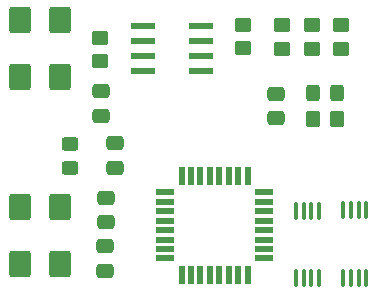
<source format=gbr>
%TF.GenerationSoftware,KiCad,Pcbnew,9.0.2*%
%TF.CreationDate,2025-07-25T22:05:18+05:30*%
%TF.ProjectId,mcu,6d63752e-6b69-4636-9164-5f7063625858,rev?*%
%TF.SameCoordinates,Original*%
%TF.FileFunction,Paste,Top*%
%TF.FilePolarity,Positive*%
%FSLAX46Y46*%
G04 Gerber Fmt 4.6, Leading zero omitted, Abs format (unit mm)*
G04 Created by KiCad (PCBNEW 9.0.2) date 2025-07-25 22:05:18*
%MOMM*%
%LPD*%
G01*
G04 APERTURE LIST*
G04 Aperture macros list*
%AMRoundRect*
0 Rectangle with rounded corners*
0 $1 Rounding radius*
0 $2 $3 $4 $5 $6 $7 $8 $9 X,Y pos of 4 corners*
0 Add a 4 corners polygon primitive as box body*
4,1,4,$2,$3,$4,$5,$6,$7,$8,$9,$2,$3,0*
0 Add four circle primitives for the rounded corners*
1,1,$1+$1,$2,$3*
1,1,$1+$1,$4,$5*
1,1,$1+$1,$6,$7*
1,1,$1+$1,$8,$9*
0 Add four rect primitives between the rounded corners*
20,1,$1+$1,$2,$3,$4,$5,0*
20,1,$1+$1,$4,$5,$6,$7,0*
20,1,$1+$1,$6,$7,$8,$9,0*
20,1,$1+$1,$8,$9,$2,$3,0*%
G04 Aperture macros list end*
%ADD10RoundRect,0.250000X0.450000X-0.350000X0.450000X0.350000X-0.450000X0.350000X-0.450000X-0.350000X0*%
%ADD11RoundRect,0.250000X-0.475000X0.337500X-0.475000X-0.337500X0.475000X-0.337500X0.475000X0.337500X0*%
%ADD12RoundRect,0.250000X0.475000X-0.337500X0.475000X0.337500X-0.475000X0.337500X-0.475000X-0.337500X0*%
%ADD13RoundRect,0.250000X-0.450000X0.350000X-0.450000X-0.350000X0.450000X-0.350000X0.450000X0.350000X0*%
%ADD14RoundRect,0.250000X0.350000X0.450000X-0.350000X0.450000X-0.350000X-0.450000X0.350000X-0.450000X0*%
%ADD15RoundRect,0.250000X0.650000X-0.875000X0.650000X0.875000X-0.650000X0.875000X-0.650000X-0.875000X0*%
%ADD16RoundRect,0.250000X-0.450000X0.325000X-0.450000X-0.325000X0.450000X-0.325000X0.450000X0.325000X0*%
%ADD17RoundRect,0.073750X-0.911250X-0.221250X0.911250X-0.221250X0.911250X0.221250X-0.911250X0.221250X0*%
%ADD18RoundRect,0.068750X-0.666250X-0.206250X0.666250X-0.206250X0.666250X0.206250X-0.666250X0.206250X0*%
%ADD19RoundRect,0.068750X-0.206250X-0.666250X0.206250X-0.666250X0.206250X0.666250X-0.206250X0.666250X0*%
%ADD20RoundRect,0.100000X0.100000X-0.637500X0.100000X0.637500X-0.100000X0.637500X-0.100000X-0.637500X0*%
%ADD21RoundRect,0.250000X-0.325000X-0.450000X0.325000X-0.450000X0.325000X0.450000X-0.325000X0.450000X0*%
G04 APERTURE END LIST*
D10*
%TO.C,R5*%
X114340000Y-102440000D03*
X114340000Y-100440000D03*
%TD*%
%TO.C,R7*%
X117620000Y-102490000D03*
X117620000Y-100490000D03*
%TD*%
D11*
%TO.C,C3*%
X103460000Y-110482500D03*
X103460000Y-112557500D03*
%TD*%
D10*
%TO.C,R3*%
X120170000Y-102490000D03*
X120170000Y-100490000D03*
%TD*%
D12*
%TO.C,C5*%
X102640000Y-121270000D03*
X102640000Y-119195000D03*
%TD*%
D13*
%TO.C,R4*%
X102210000Y-101530000D03*
X102210000Y-103530000D03*
%TD*%
D10*
%TO.C,R6*%
X122620000Y-102500000D03*
X122620000Y-100500000D03*
%TD*%
D14*
%TO.C,R2*%
X122270000Y-108400000D03*
X120270000Y-108400000D03*
%TD*%
D15*
%TO.C,Y1*%
X98790000Y-104880000D03*
X98790000Y-100030000D03*
X95390000Y-100030000D03*
X95390000Y-104880000D03*
%TD*%
D16*
%TO.C,D2*%
X99690000Y-110535000D03*
X99690000Y-112585000D03*
%TD*%
D17*
%TO.C,U3*%
X105835000Y-100575000D03*
X105835000Y-101845000D03*
X105835000Y-103115000D03*
X105835000Y-104385000D03*
X110785000Y-104385000D03*
X110785000Y-103115000D03*
X110785000Y-101845000D03*
X110785000Y-100575000D03*
%TD*%
D12*
%TO.C,C4*%
X102680000Y-117147500D03*
X102680000Y-115072500D03*
%TD*%
D11*
%TO.C,C1*%
X117120000Y-106292500D03*
X117120000Y-108367500D03*
%TD*%
D18*
%TO.C,U4*%
X107730000Y-114630000D03*
X107730000Y-115430000D03*
X107730000Y-116230000D03*
X107730000Y-117030000D03*
X107730000Y-117830000D03*
X107730000Y-118630000D03*
X107730000Y-119430000D03*
X107730000Y-120230000D03*
D19*
X109100000Y-121600000D03*
X109900000Y-121600000D03*
X110700000Y-121600000D03*
X111500000Y-121600000D03*
X112300000Y-121600000D03*
X113100000Y-121600000D03*
X113900000Y-121600000D03*
X114700000Y-121600000D03*
D18*
X116070000Y-120230000D03*
X116070000Y-119430000D03*
X116070000Y-118630000D03*
X116070000Y-117830000D03*
X116070000Y-117030000D03*
X116070000Y-116230000D03*
X116070000Y-115430000D03*
X116070000Y-114630000D03*
D19*
X114700000Y-113260000D03*
X113900000Y-113260000D03*
X113100000Y-113260000D03*
X112300000Y-113260000D03*
X111500000Y-113260000D03*
X110700000Y-113260000D03*
X109900000Y-113260000D03*
X109100000Y-113260000D03*
%TD*%
D15*
%TO.C,Y2*%
X98840000Y-120695000D03*
X98840000Y-115845000D03*
X95440000Y-115845000D03*
X95440000Y-120695000D03*
%TD*%
D20*
%TO.C,U1*%
X118780000Y-121910000D03*
X119430000Y-121910000D03*
X120080000Y-121910000D03*
X120730000Y-121910000D03*
X120730000Y-116185000D03*
X120080000Y-116185000D03*
X119430000Y-116185000D03*
X118780000Y-116185000D03*
%TD*%
%TO.C,U2*%
X122790000Y-121860000D03*
X123440000Y-121860000D03*
X124090000Y-121860000D03*
X124740000Y-121860000D03*
X124740000Y-116135000D03*
X124090000Y-116135000D03*
X123440000Y-116135000D03*
X122790000Y-116135000D03*
%TD*%
D21*
%TO.C,D1*%
X120247500Y-106260000D03*
X122297500Y-106260000D03*
%TD*%
D12*
%TO.C,C2*%
X102240000Y-108157500D03*
X102240000Y-106082500D03*
%TD*%
M02*

</source>
